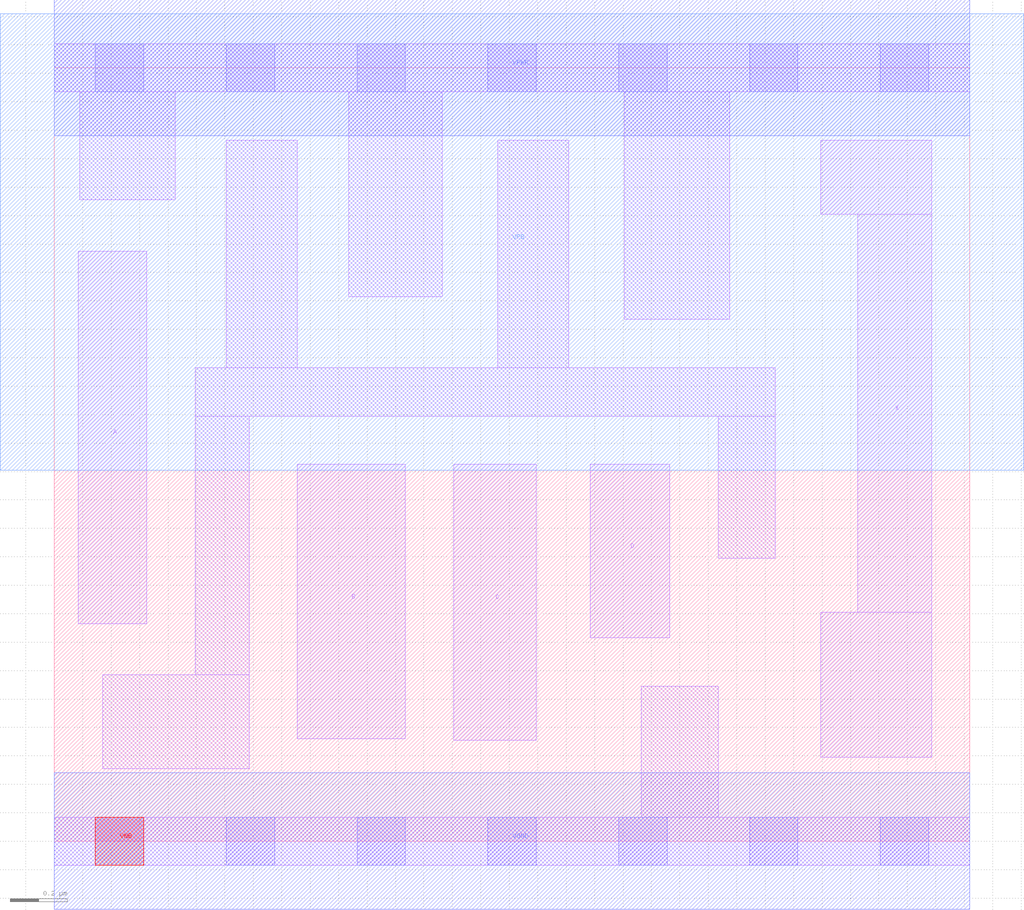
<source format=lef>
# Copyright 2020 The SkyWater PDK Authors
#
# Licensed under the Apache License, Version 2.0 (the "License");
# you may not use this file except in compliance with the License.
# You may obtain a copy of the License at
#
#     https://www.apache.org/licenses/LICENSE-2.0
#
# Unless required by applicable law or agreed to in writing, software
# distributed under the License is distributed on an "AS IS" BASIS,
# WITHOUT WARRANTIES OR CONDITIONS OF ANY KIND, either express or implied.
# See the License for the specific language governing permissions and
# limitations under the License.
#
# SPDX-License-Identifier: Apache-2.0

VERSION 5.7 ;
  NOWIREEXTENSIONATPIN ON ;
  DIVIDERCHAR "/" ;
  BUSBITCHARS "[]" ;
PROPERTYDEFINITIONS
  MACRO maskLayoutSubType STRING ;
  MACRO prCellType STRING ;
  MACRO originalViewName STRING ;
END PROPERTYDEFINITIONS
MACRO sky130_fd_sc_hdll__and4_1
  CLASS CORE ;
  FOREIGN sky130_fd_sc_hdll__and4_1 ;
  ORIGIN  0.000000  0.000000 ;
  SIZE  3.220000 BY  2.720000 ;
  SYMMETRY X Y R90 ;
  SITE unithd ;
  PIN A
    ANTENNAGATEAREA  0.138600 ;
    DIRECTION INPUT ;
    USE SIGNAL ;
    PORT
      LAYER li1 ;
        RECT 0.085000 0.765000 0.325000 2.075000 ;
    END
  END A
  PIN B
    ANTENNAGATEAREA  0.138600 ;
    DIRECTION INPUT ;
    USE SIGNAL ;
    PORT
      LAYER li1 ;
        RECT 0.855000 0.360000 1.235000 1.325000 ;
    END
  END B
  PIN C
    ANTENNAGATEAREA  0.138600 ;
    DIRECTION INPUT ;
    USE SIGNAL ;
    PORT
      LAYER li1 ;
        RECT 1.405000 0.355000 1.695000 1.325000 ;
    END
  END C
  PIN D
    ANTENNAGATEAREA  0.138600 ;
    DIRECTION INPUT ;
    USE SIGNAL ;
    PORT
      LAYER li1 ;
        RECT 1.885000 0.715000 2.165000 1.325000 ;
    END
  END D
  PIN X
    ANTENNADIFFAREA  0.752500 ;
    DIRECTION OUTPUT ;
    USE SIGNAL ;
    PORT
      LAYER li1 ;
        RECT 2.695000 0.295000 3.085000 0.805000 ;
        RECT 2.695000 2.205000 3.085000 2.465000 ;
        RECT 2.825000 0.805000 3.085000 2.205000 ;
    END
  END X
  PIN VGND
    DIRECTION INOUT ;
    USE GROUND ;
    PORT
      LAYER met1 ;
        RECT 0.000000 -0.240000 3.220000 0.240000 ;
    END
  END VGND
  PIN VNB
    DIRECTION INOUT ;
    USE GROUND ;
    PORT
      LAYER pwell ;
        RECT 0.145000 -0.085000 0.315000 0.085000 ;
    END
  END VNB
  PIN VPB
    DIRECTION INOUT ;
    USE POWER ;
    PORT
      LAYER nwell ;
        RECT -0.190000 1.305000 3.410000 2.910000 ;
    END
  END VPB
  PIN VPWR
    DIRECTION INOUT ;
    USE POWER ;
    PORT
      LAYER met1 ;
        RECT 0.000000 2.480000 3.220000 2.960000 ;
    END
  END VPWR
  OBS
    LAYER li1 ;
      RECT 0.000000 -0.085000 3.220000 0.085000 ;
      RECT 0.000000  2.635000 3.220000 2.805000 ;
      RECT 0.090000  2.255000 0.425000 2.635000 ;
      RECT 0.170000  0.255000 0.685000 0.585000 ;
      RECT 0.495000  0.585000 0.685000 1.495000 ;
      RECT 0.495000  1.495000 2.535000 1.665000 ;
      RECT 0.605000  1.665000 0.855000 2.465000 ;
      RECT 1.035000  1.915000 1.365000 2.635000 ;
      RECT 1.560000  1.665000 1.810000 2.465000 ;
      RECT 2.005000  1.835000 2.375000 2.635000 ;
      RECT 2.065000  0.085000 2.335000 0.545000 ;
      RECT 2.335000  0.995000 2.535000 1.495000 ;
    LAYER mcon ;
      RECT 0.145000 -0.085000 0.315000 0.085000 ;
      RECT 0.145000  2.635000 0.315000 2.805000 ;
      RECT 0.605000 -0.085000 0.775000 0.085000 ;
      RECT 0.605000  2.635000 0.775000 2.805000 ;
      RECT 1.065000 -0.085000 1.235000 0.085000 ;
      RECT 1.065000  2.635000 1.235000 2.805000 ;
      RECT 1.525000 -0.085000 1.695000 0.085000 ;
      RECT 1.525000  2.635000 1.695000 2.805000 ;
      RECT 1.985000 -0.085000 2.155000 0.085000 ;
      RECT 1.985000  2.635000 2.155000 2.805000 ;
      RECT 2.445000 -0.085000 2.615000 0.085000 ;
      RECT 2.445000  2.635000 2.615000 2.805000 ;
      RECT 2.905000 -0.085000 3.075000 0.085000 ;
      RECT 2.905000  2.635000 3.075000 2.805000 ;
  END
  PROPERTY maskLayoutSubType "abstract" ;
  PROPERTY prCellType "standard" ;
  PROPERTY originalViewName "layout" ;
END sky130_fd_sc_hdll__and4_1
END LIBRARY

</source>
